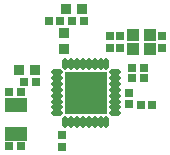
<source format=gts>
G04 Layer_Color=8388736*
%FSLAX24Y24*%
%MOIN*%
G70*
G01*
G75*
%ADD30R,0.0316X0.0257*%
%ADD31R,0.0355X0.0375*%
%ADD32R,0.0296X0.0257*%
%ADD33R,0.0769X0.0454*%
%ADD34R,0.0434X0.0395*%
%ADD35R,0.1438X0.1438*%
%ADD36O,0.0395X0.0178*%
%ADD37O,0.0178X0.0395*%
%ADD38R,0.0375X0.0355*%
%ADD39R,0.0257X0.0296*%
%ADD40C,0.0300*%
D30*
X-1237Y2380D02*
D03*
X-863D02*
D03*
X1826Y-397D02*
D03*
X2200D02*
D03*
D31*
X-114Y2780D02*
D03*
X-646D02*
D03*
X-1704Y770D02*
D03*
X-2236D02*
D03*
D32*
X-73Y2380D02*
D03*
X-467D02*
D03*
X-2547Y-1790D02*
D03*
X-2153D02*
D03*
X-2547Y10D02*
D03*
X-2153D02*
D03*
X1947Y820D02*
D03*
X1553D02*
D03*
X1553Y480D02*
D03*
X1947D02*
D03*
X-2057Y360D02*
D03*
X-1663D02*
D03*
D33*
X-2340Y-398D02*
D03*
Y-1382D02*
D03*
D34*
X2135Y1454D02*
D03*
Y1906D02*
D03*
X1565D02*
D03*
Y1454D02*
D03*
D35*
X-0Y0D02*
D03*
D36*
X-965Y689D02*
D03*
Y492D02*
D03*
Y295D02*
D03*
Y98D02*
D03*
Y-98D02*
D03*
Y-295D02*
D03*
Y-492D02*
D03*
Y-689D02*
D03*
X965D02*
D03*
Y-492D02*
D03*
Y-295D02*
D03*
Y-98D02*
D03*
Y98D02*
D03*
Y295D02*
D03*
Y492D02*
D03*
Y689D02*
D03*
D37*
X-689Y-965D02*
D03*
X-492D02*
D03*
X-295D02*
D03*
X-98D02*
D03*
X98D02*
D03*
X295D02*
D03*
X492D02*
D03*
X689D02*
D03*
Y965D02*
D03*
X492D02*
D03*
X295D02*
D03*
X98D02*
D03*
X-98D02*
D03*
X-295D02*
D03*
X-492D02*
D03*
X-689D02*
D03*
D38*
X-730Y1444D02*
D03*
Y1976D02*
D03*
D39*
X800Y1877D02*
D03*
Y1483D02*
D03*
X-800Y-1807D02*
D03*
Y-1413D02*
D03*
X1453Y-394D02*
D03*
Y-0D02*
D03*
X1150Y1877D02*
D03*
Y1483D02*
D03*
X2550Y1483D02*
D03*
Y1877D02*
D03*
D40*
X472Y472D02*
D03*
Y0D02*
D03*
Y-472D02*
D03*
X0D02*
D03*
X-472D02*
D03*
Y0D02*
D03*
Y472D02*
D03*
X0D02*
D03*
Y0D02*
D03*
M02*

</source>
